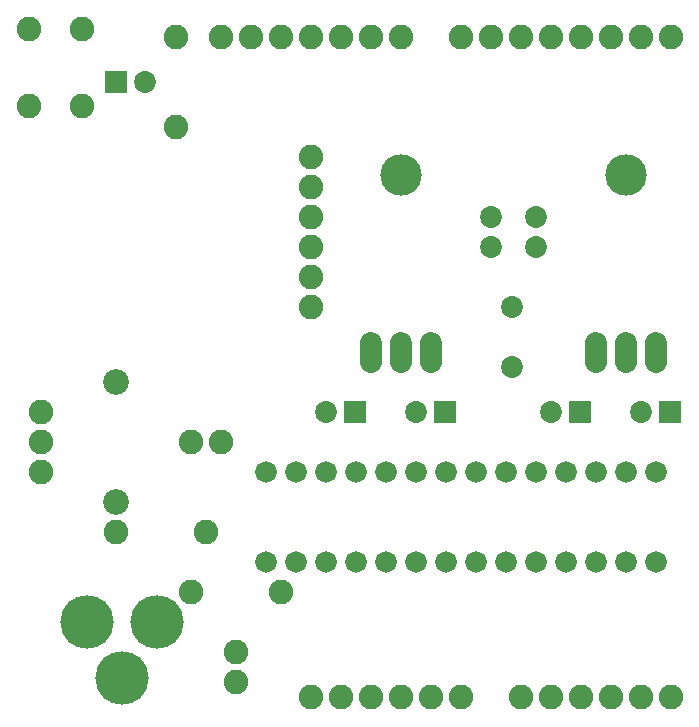
<source format=gts>
G75*
%MOIN*%
%OFA0B0*%
%FSLAX25Y25*%
%IPPOS*%
%LPD*%
%AMOC8*
5,1,8,0,0,1.08239X$1,22.5*
%
%ADD10R,0.07300X0.07300*%
%ADD11C,0.07300*%
%ADD12C,0.08200*%
%ADD13C,0.08600*%
%ADD14C,0.17800*%
%ADD15C,0.07200*%
%ADD16C,0.07200*%
%ADD17C,0.13800*%
D10*
X0198255Y0145000D03*
X0228255Y0145000D03*
X0273255Y0145000D03*
X0303255Y0145000D03*
X0118412Y0255000D03*
D11*
X0128255Y0255000D03*
X0243333Y0210000D03*
X0243333Y0200000D03*
X0258333Y0200000D03*
X0258333Y0210000D03*
X0250333Y0180000D03*
X0250333Y0160000D03*
X0263412Y0145000D03*
X0293412Y0145000D03*
X0218412Y0145000D03*
X0188412Y0145000D03*
D12*
X0153333Y0135000D03*
X0143333Y0135000D03*
X0148333Y0105000D03*
X0143333Y0085000D03*
X0158333Y0065000D03*
X0158333Y0055000D03*
X0183333Y0050000D03*
X0193333Y0050000D03*
X0203333Y0050000D03*
X0213333Y0050000D03*
X0223333Y0050000D03*
X0233333Y0050000D03*
X0253333Y0050000D03*
X0263333Y0050000D03*
X0273333Y0050000D03*
X0283333Y0050000D03*
X0293333Y0050000D03*
X0303333Y0050000D03*
X0173333Y0085000D03*
X0118333Y0105000D03*
X0093333Y0125000D03*
X0093333Y0135000D03*
X0093333Y0145000D03*
X0183333Y0180000D03*
X0183333Y0190000D03*
X0183333Y0200000D03*
X0183333Y0210000D03*
X0183333Y0220000D03*
X0183333Y0230000D03*
X0138333Y0240000D03*
X0107233Y0247200D03*
X0089433Y0247200D03*
X0089433Y0272800D03*
X0107233Y0272800D03*
X0138333Y0270000D03*
X0153333Y0270000D03*
X0163333Y0270000D03*
X0173333Y0270000D03*
X0183333Y0270000D03*
X0193333Y0270000D03*
X0203333Y0270000D03*
X0213333Y0270000D03*
X0233333Y0270000D03*
X0243333Y0270000D03*
X0253333Y0270000D03*
X0263333Y0270000D03*
X0273333Y0270000D03*
X0283333Y0270000D03*
X0293333Y0270000D03*
X0303333Y0270000D03*
D13*
X0118333Y0155000D03*
X0118333Y0115000D03*
D14*
X0108648Y0075000D03*
X0132270Y0075000D03*
X0120459Y0056496D03*
D15*
X0168333Y0095000D03*
X0178333Y0095000D03*
X0188333Y0095000D03*
X0198333Y0095000D03*
X0208333Y0095000D03*
X0218333Y0095000D03*
X0228333Y0095000D03*
X0238333Y0095000D03*
X0248333Y0095000D03*
X0258333Y0095000D03*
X0268333Y0095000D03*
X0278333Y0095000D03*
X0288333Y0095000D03*
X0298333Y0095000D03*
X0298333Y0125000D03*
X0288333Y0125000D03*
X0278333Y0125000D03*
X0268333Y0125000D03*
X0258333Y0125000D03*
X0248333Y0125000D03*
X0238333Y0125000D03*
X0228333Y0125000D03*
X0218333Y0125000D03*
X0208333Y0125000D03*
X0198333Y0125000D03*
X0188333Y0125000D03*
X0178333Y0125000D03*
X0168333Y0125000D03*
D16*
X0203333Y0161800D02*
X0203333Y0168200D01*
X0213333Y0168200D02*
X0213333Y0161800D01*
X0223333Y0161800D02*
X0223333Y0168200D01*
X0278333Y0168200D02*
X0278333Y0161800D01*
X0288333Y0161800D02*
X0288333Y0168200D01*
X0298333Y0168200D02*
X0298333Y0161800D01*
D17*
X0288333Y0224000D03*
X0213333Y0224000D03*
M02*

</source>
